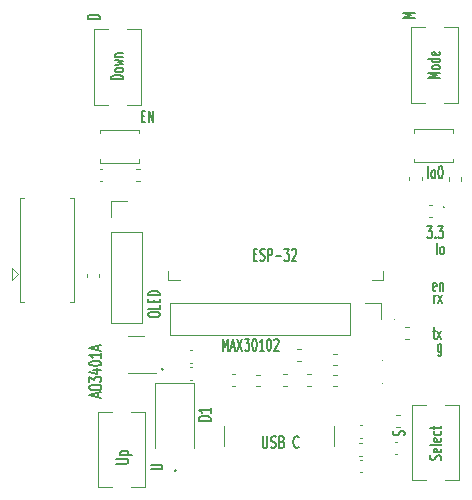
<source format=gbr>
%TF.GenerationSoftware,KiCad,Pcbnew,7.0.10*%
%TF.CreationDate,2024-12-13T01:25:29+05:30*%
%TF.ProjectId,Watch_v3,57617463-685f-4763-932e-6b696361645f,Watch_v3*%
%TF.SameCoordinates,Original*%
%TF.FileFunction,Legend,Top*%
%TF.FilePolarity,Positive*%
%FSLAX46Y46*%
G04 Gerber Fmt 4.6, Leading zero omitted, Abs format (unit mm)*
G04 Created by KiCad (PCBNEW 7.0.10) date 2024-12-13 01:25:29*
%MOMM*%
%LPD*%
G01*
G04 APERTURE LIST*
%ADD10C,0.200000*%
%ADD11C,0.160000*%
%ADD12C,0.100000*%
%ADD13C,0.120000*%
G04 APERTURE END LIST*
D10*
X162075000Y-83925000D02*
G75*
G03*
X162025000Y-83925000I-25000J0D01*
G01*
X162025000Y-83925000D02*
G75*
G03*
X162075000Y-83925000I25000J0D01*
G01*
X139370711Y-106250000D02*
G75*
G03*
X139229289Y-106250000I-70711J0D01*
G01*
X139229289Y-106250000D02*
G75*
G03*
X139370711Y-106250000I70711J0D01*
G01*
X138275000Y-97650000D02*
G75*
G03*
X138133578Y-97650000I-70711J0D01*
G01*
X138133578Y-97650000D02*
G75*
G03*
X138275000Y-97650000I70711J0D01*
G01*
D11*
X160721428Y-81479299D02*
X160721428Y-80479299D01*
X161123810Y-81479299D02*
X161061905Y-81431680D01*
X161061905Y-81431680D02*
X161030952Y-81384060D01*
X161030952Y-81384060D02*
X161000000Y-81288822D01*
X161000000Y-81288822D02*
X161000000Y-81003108D01*
X161000000Y-81003108D02*
X161030952Y-80907870D01*
X161030952Y-80907870D02*
X161061905Y-80860251D01*
X161061905Y-80860251D02*
X161123810Y-80812632D01*
X161123810Y-80812632D02*
X161216667Y-80812632D01*
X161216667Y-80812632D02*
X161278571Y-80860251D01*
X161278571Y-80860251D02*
X161309524Y-80907870D01*
X161309524Y-80907870D02*
X161340476Y-81003108D01*
X161340476Y-81003108D02*
X161340476Y-81288822D01*
X161340476Y-81288822D02*
X161309524Y-81384060D01*
X161309524Y-81384060D02*
X161278571Y-81431680D01*
X161278571Y-81431680D02*
X161216667Y-81479299D01*
X161216667Y-81479299D02*
X161123810Y-81479299D01*
X161742857Y-80479299D02*
X161804762Y-80479299D01*
X161804762Y-80479299D02*
X161866666Y-80526918D01*
X161866666Y-80526918D02*
X161897619Y-80574537D01*
X161897619Y-80574537D02*
X161928571Y-80669775D01*
X161928571Y-80669775D02*
X161959524Y-80860251D01*
X161959524Y-80860251D02*
X161959524Y-81098346D01*
X161959524Y-81098346D02*
X161928571Y-81288822D01*
X161928571Y-81288822D02*
X161897619Y-81384060D01*
X161897619Y-81384060D02*
X161866666Y-81431680D01*
X161866666Y-81431680D02*
X161804762Y-81479299D01*
X161804762Y-81479299D02*
X161742857Y-81479299D01*
X161742857Y-81479299D02*
X161680952Y-81431680D01*
X161680952Y-81431680D02*
X161650000Y-81384060D01*
X161650000Y-81384060D02*
X161619047Y-81288822D01*
X161619047Y-81288822D02*
X161588095Y-81098346D01*
X161588095Y-81098346D02*
X161588095Y-80860251D01*
X161588095Y-80860251D02*
X161619047Y-80669775D01*
X161619047Y-80669775D02*
X161650000Y-80574537D01*
X161650000Y-80574537D02*
X161680952Y-80526918D01*
X161680952Y-80526918D02*
X161742857Y-80479299D01*
X143322617Y-96079299D02*
X143322617Y-95079299D01*
X143322617Y-95079299D02*
X143539284Y-95793584D01*
X143539284Y-95793584D02*
X143755951Y-95079299D01*
X143755951Y-95079299D02*
X143755951Y-96079299D01*
X144034522Y-95793584D02*
X144344046Y-95793584D01*
X143972617Y-96079299D02*
X144189284Y-95079299D01*
X144189284Y-95079299D02*
X144405951Y-96079299D01*
X144560713Y-95079299D02*
X144994046Y-96079299D01*
X144994046Y-95079299D02*
X144560713Y-96079299D01*
X145179761Y-95079299D02*
X145582142Y-95079299D01*
X145582142Y-95079299D02*
X145365475Y-95460251D01*
X145365475Y-95460251D02*
X145458332Y-95460251D01*
X145458332Y-95460251D02*
X145520237Y-95507870D01*
X145520237Y-95507870D02*
X145551189Y-95555489D01*
X145551189Y-95555489D02*
X145582142Y-95650727D01*
X145582142Y-95650727D02*
X145582142Y-95888822D01*
X145582142Y-95888822D02*
X145551189Y-95984060D01*
X145551189Y-95984060D02*
X145520237Y-96031680D01*
X145520237Y-96031680D02*
X145458332Y-96079299D01*
X145458332Y-96079299D02*
X145272618Y-96079299D01*
X145272618Y-96079299D02*
X145210713Y-96031680D01*
X145210713Y-96031680D02*
X145179761Y-95984060D01*
X145984523Y-95079299D02*
X146046428Y-95079299D01*
X146046428Y-95079299D02*
X146108332Y-95126918D01*
X146108332Y-95126918D02*
X146139285Y-95174537D01*
X146139285Y-95174537D02*
X146170237Y-95269775D01*
X146170237Y-95269775D02*
X146201190Y-95460251D01*
X146201190Y-95460251D02*
X146201190Y-95698346D01*
X146201190Y-95698346D02*
X146170237Y-95888822D01*
X146170237Y-95888822D02*
X146139285Y-95984060D01*
X146139285Y-95984060D02*
X146108332Y-96031680D01*
X146108332Y-96031680D02*
X146046428Y-96079299D01*
X146046428Y-96079299D02*
X145984523Y-96079299D01*
X145984523Y-96079299D02*
X145922618Y-96031680D01*
X145922618Y-96031680D02*
X145891666Y-95984060D01*
X145891666Y-95984060D02*
X145860713Y-95888822D01*
X145860713Y-95888822D02*
X145829761Y-95698346D01*
X145829761Y-95698346D02*
X145829761Y-95460251D01*
X145829761Y-95460251D02*
X145860713Y-95269775D01*
X145860713Y-95269775D02*
X145891666Y-95174537D01*
X145891666Y-95174537D02*
X145922618Y-95126918D01*
X145922618Y-95126918D02*
X145984523Y-95079299D01*
X146820238Y-96079299D02*
X146448809Y-96079299D01*
X146634523Y-96079299D02*
X146634523Y-95079299D01*
X146634523Y-95079299D02*
X146572619Y-95222156D01*
X146572619Y-95222156D02*
X146510714Y-95317394D01*
X146510714Y-95317394D02*
X146448809Y-95365013D01*
X147222619Y-95079299D02*
X147284524Y-95079299D01*
X147284524Y-95079299D02*
X147346428Y-95126918D01*
X147346428Y-95126918D02*
X147377381Y-95174537D01*
X147377381Y-95174537D02*
X147408333Y-95269775D01*
X147408333Y-95269775D02*
X147439286Y-95460251D01*
X147439286Y-95460251D02*
X147439286Y-95698346D01*
X147439286Y-95698346D02*
X147408333Y-95888822D01*
X147408333Y-95888822D02*
X147377381Y-95984060D01*
X147377381Y-95984060D02*
X147346428Y-96031680D01*
X147346428Y-96031680D02*
X147284524Y-96079299D01*
X147284524Y-96079299D02*
X147222619Y-96079299D01*
X147222619Y-96079299D02*
X147160714Y-96031680D01*
X147160714Y-96031680D02*
X147129762Y-95984060D01*
X147129762Y-95984060D02*
X147098809Y-95888822D01*
X147098809Y-95888822D02*
X147067857Y-95698346D01*
X147067857Y-95698346D02*
X147067857Y-95460251D01*
X147067857Y-95460251D02*
X147098809Y-95269775D01*
X147098809Y-95269775D02*
X147129762Y-95174537D01*
X147129762Y-95174537D02*
X147160714Y-95126918D01*
X147160714Y-95126918D02*
X147222619Y-95079299D01*
X147686905Y-95174537D02*
X147717857Y-95126918D01*
X147717857Y-95126918D02*
X147779762Y-95079299D01*
X147779762Y-95079299D02*
X147934524Y-95079299D01*
X147934524Y-95079299D02*
X147996429Y-95126918D01*
X147996429Y-95126918D02*
X148027381Y-95174537D01*
X148027381Y-95174537D02*
X148058334Y-95269775D01*
X148058334Y-95269775D02*
X148058334Y-95365013D01*
X148058334Y-95365013D02*
X148027381Y-95507870D01*
X148027381Y-95507870D02*
X147655953Y-96079299D01*
X147655953Y-96079299D02*
X148058334Y-96079299D01*
X136470238Y-76230489D02*
X136686905Y-76230489D01*
X136779762Y-76754299D02*
X136470238Y-76754299D01*
X136470238Y-76754299D02*
X136470238Y-75754299D01*
X136470238Y-75754299D02*
X136779762Y-75754299D01*
X137058333Y-76754299D02*
X137058333Y-75754299D01*
X137058333Y-75754299D02*
X137429762Y-76754299D01*
X137429762Y-76754299D02*
X137429762Y-75754299D01*
X134904299Y-73098809D02*
X133904299Y-73098809D01*
X133904299Y-73098809D02*
X133904299Y-72944047D01*
X133904299Y-72944047D02*
X133951918Y-72851190D01*
X133951918Y-72851190D02*
X134047156Y-72789285D01*
X134047156Y-72789285D02*
X134142394Y-72758332D01*
X134142394Y-72758332D02*
X134332870Y-72727380D01*
X134332870Y-72727380D02*
X134475727Y-72727380D01*
X134475727Y-72727380D02*
X134666203Y-72758332D01*
X134666203Y-72758332D02*
X134761441Y-72789285D01*
X134761441Y-72789285D02*
X134856680Y-72851190D01*
X134856680Y-72851190D02*
X134904299Y-72944047D01*
X134904299Y-72944047D02*
X134904299Y-73098809D01*
X134904299Y-72355951D02*
X134856680Y-72417856D01*
X134856680Y-72417856D02*
X134809060Y-72448809D01*
X134809060Y-72448809D02*
X134713822Y-72479761D01*
X134713822Y-72479761D02*
X134428108Y-72479761D01*
X134428108Y-72479761D02*
X134332870Y-72448809D01*
X134332870Y-72448809D02*
X134285251Y-72417856D01*
X134285251Y-72417856D02*
X134237632Y-72355951D01*
X134237632Y-72355951D02*
X134237632Y-72263094D01*
X134237632Y-72263094D02*
X134285251Y-72201190D01*
X134285251Y-72201190D02*
X134332870Y-72170237D01*
X134332870Y-72170237D02*
X134428108Y-72139285D01*
X134428108Y-72139285D02*
X134713822Y-72139285D01*
X134713822Y-72139285D02*
X134809060Y-72170237D01*
X134809060Y-72170237D02*
X134856680Y-72201190D01*
X134856680Y-72201190D02*
X134904299Y-72263094D01*
X134904299Y-72263094D02*
X134904299Y-72355951D01*
X134237632Y-71922618D02*
X134904299Y-71798809D01*
X134904299Y-71798809D02*
X134428108Y-71674999D01*
X134428108Y-71674999D02*
X134904299Y-71551190D01*
X134904299Y-71551190D02*
X134237632Y-71427380D01*
X134237632Y-71179762D02*
X134904299Y-71179762D01*
X134332870Y-71179762D02*
X134285251Y-71148809D01*
X134285251Y-71148809D02*
X134237632Y-71086904D01*
X134237632Y-71086904D02*
X134237632Y-70994047D01*
X134237632Y-70994047D02*
X134285251Y-70932143D01*
X134285251Y-70932143D02*
X134380489Y-70901190D01*
X134380489Y-70901190D02*
X134904299Y-70901190D01*
X137229299Y-106135714D02*
X138038822Y-106135714D01*
X138038822Y-106135714D02*
X138134060Y-106104761D01*
X138134060Y-106104761D02*
X138181680Y-106073809D01*
X138181680Y-106073809D02*
X138229299Y-106011904D01*
X138229299Y-106011904D02*
X138229299Y-105888095D01*
X138229299Y-105888095D02*
X138181680Y-105826190D01*
X138181680Y-105826190D02*
X138134060Y-105795237D01*
X138134060Y-105795237D02*
X138038822Y-105764285D01*
X138038822Y-105764285D02*
X137229299Y-105764285D01*
X158706680Y-103235714D02*
X158754299Y-103142857D01*
X158754299Y-103142857D02*
X158754299Y-102988095D01*
X158754299Y-102988095D02*
X158706680Y-102926190D01*
X158706680Y-102926190D02*
X158659060Y-102895238D01*
X158659060Y-102895238D02*
X158563822Y-102864285D01*
X158563822Y-102864285D02*
X158468584Y-102864285D01*
X158468584Y-102864285D02*
X158373346Y-102895238D01*
X158373346Y-102895238D02*
X158325727Y-102926190D01*
X158325727Y-102926190D02*
X158278108Y-102988095D01*
X158278108Y-102988095D02*
X158230489Y-103111904D01*
X158230489Y-103111904D02*
X158182870Y-103173809D01*
X158182870Y-103173809D02*
X158135251Y-103204762D01*
X158135251Y-103204762D02*
X158040013Y-103235714D01*
X158040013Y-103235714D02*
X157944775Y-103235714D01*
X157944775Y-103235714D02*
X157849537Y-103204762D01*
X157849537Y-103204762D02*
X157801918Y-103173809D01*
X157801918Y-103173809D02*
X157754299Y-103111904D01*
X157754299Y-103111904D02*
X157754299Y-102957143D01*
X157754299Y-102957143D02*
X157801918Y-102864285D01*
X159579299Y-67891666D02*
X158579299Y-67891666D01*
X158579299Y-67891666D02*
X159293584Y-67674999D01*
X159293584Y-67674999D02*
X158579299Y-67458332D01*
X158579299Y-67458332D02*
X159579299Y-67458332D01*
X161729299Y-72958333D02*
X160729299Y-72958333D01*
X160729299Y-72958333D02*
X161443584Y-72741666D01*
X161443584Y-72741666D02*
X160729299Y-72524999D01*
X160729299Y-72524999D02*
X161729299Y-72524999D01*
X161729299Y-72122618D02*
X161681680Y-72184523D01*
X161681680Y-72184523D02*
X161634060Y-72215476D01*
X161634060Y-72215476D02*
X161538822Y-72246428D01*
X161538822Y-72246428D02*
X161253108Y-72246428D01*
X161253108Y-72246428D02*
X161157870Y-72215476D01*
X161157870Y-72215476D02*
X161110251Y-72184523D01*
X161110251Y-72184523D02*
X161062632Y-72122618D01*
X161062632Y-72122618D02*
X161062632Y-72029761D01*
X161062632Y-72029761D02*
X161110251Y-71967857D01*
X161110251Y-71967857D02*
X161157870Y-71936904D01*
X161157870Y-71936904D02*
X161253108Y-71905952D01*
X161253108Y-71905952D02*
X161538822Y-71905952D01*
X161538822Y-71905952D02*
X161634060Y-71936904D01*
X161634060Y-71936904D02*
X161681680Y-71967857D01*
X161681680Y-71967857D02*
X161729299Y-72029761D01*
X161729299Y-72029761D02*
X161729299Y-72122618D01*
X161729299Y-71348809D02*
X160729299Y-71348809D01*
X161681680Y-71348809D02*
X161729299Y-71410714D01*
X161729299Y-71410714D02*
X161729299Y-71534523D01*
X161729299Y-71534523D02*
X161681680Y-71596428D01*
X161681680Y-71596428D02*
X161634060Y-71627381D01*
X161634060Y-71627381D02*
X161538822Y-71658333D01*
X161538822Y-71658333D02*
X161253108Y-71658333D01*
X161253108Y-71658333D02*
X161157870Y-71627381D01*
X161157870Y-71627381D02*
X161110251Y-71596428D01*
X161110251Y-71596428D02*
X161062632Y-71534523D01*
X161062632Y-71534523D02*
X161062632Y-71410714D01*
X161062632Y-71410714D02*
X161110251Y-71348809D01*
X161681680Y-70791667D02*
X161729299Y-70853571D01*
X161729299Y-70853571D02*
X161729299Y-70977381D01*
X161729299Y-70977381D02*
X161681680Y-71039286D01*
X161681680Y-71039286D02*
X161586441Y-71070238D01*
X161586441Y-71070238D02*
X161205489Y-71070238D01*
X161205489Y-71070238D02*
X161110251Y-71039286D01*
X161110251Y-71039286D02*
X161062632Y-70977381D01*
X161062632Y-70977381D02*
X161062632Y-70853571D01*
X161062632Y-70853571D02*
X161110251Y-70791667D01*
X161110251Y-70791667D02*
X161205489Y-70760714D01*
X161205489Y-70760714D02*
X161300727Y-70760714D01*
X161300727Y-70760714D02*
X161395965Y-71070238D01*
X161240476Y-92029299D02*
X161240476Y-91362632D01*
X161240476Y-91553108D02*
X161271429Y-91457870D01*
X161271429Y-91457870D02*
X161302381Y-91410251D01*
X161302381Y-91410251D02*
X161364286Y-91362632D01*
X161364286Y-91362632D02*
X161426191Y-91362632D01*
X161580953Y-92029299D02*
X161921429Y-91362632D01*
X161580953Y-91362632D02*
X161921429Y-92029299D01*
X161113095Y-94387632D02*
X161360714Y-94387632D01*
X161205952Y-94054299D02*
X161205952Y-94911441D01*
X161205952Y-94911441D02*
X161236905Y-95006680D01*
X161236905Y-95006680D02*
X161298810Y-95054299D01*
X161298810Y-95054299D02*
X161360714Y-95054299D01*
X161515477Y-95054299D02*
X161855953Y-94387632D01*
X161515477Y-94387632D02*
X161855953Y-95054299D01*
X161839286Y-95512632D02*
X161839286Y-96322156D01*
X161839286Y-96322156D02*
X161808333Y-96417394D01*
X161808333Y-96417394D02*
X161777381Y-96465013D01*
X161777381Y-96465013D02*
X161715476Y-96512632D01*
X161715476Y-96512632D02*
X161622619Y-96512632D01*
X161622619Y-96512632D02*
X161560714Y-96465013D01*
X161839286Y-96131680D02*
X161777381Y-96179299D01*
X161777381Y-96179299D02*
X161653572Y-96179299D01*
X161653572Y-96179299D02*
X161591667Y-96131680D01*
X161591667Y-96131680D02*
X161560714Y-96084060D01*
X161560714Y-96084060D02*
X161529762Y-95988822D01*
X161529762Y-95988822D02*
X161529762Y-95703108D01*
X161529762Y-95703108D02*
X161560714Y-95607870D01*
X161560714Y-95607870D02*
X161591667Y-95560251D01*
X161591667Y-95560251D02*
X161653572Y-95512632D01*
X161653572Y-95512632D02*
X161777381Y-95512632D01*
X161777381Y-95512632D02*
X161839286Y-95560251D01*
X132904299Y-67995238D02*
X131904299Y-67995238D01*
X131904299Y-67995238D02*
X131904299Y-67840476D01*
X131904299Y-67840476D02*
X131951918Y-67747619D01*
X131951918Y-67747619D02*
X132047156Y-67685714D01*
X132047156Y-67685714D02*
X132142394Y-67654761D01*
X132142394Y-67654761D02*
X132332870Y-67623809D01*
X132332870Y-67623809D02*
X132475727Y-67623809D01*
X132475727Y-67623809D02*
X132666203Y-67654761D01*
X132666203Y-67654761D02*
X132761441Y-67685714D01*
X132761441Y-67685714D02*
X132856680Y-67747619D01*
X132856680Y-67747619D02*
X132904299Y-67840476D01*
X132904299Y-67840476D02*
X132904299Y-67995238D01*
X161806680Y-105302381D02*
X161854299Y-105209524D01*
X161854299Y-105209524D02*
X161854299Y-105054762D01*
X161854299Y-105054762D02*
X161806680Y-104992857D01*
X161806680Y-104992857D02*
X161759060Y-104961905D01*
X161759060Y-104961905D02*
X161663822Y-104930952D01*
X161663822Y-104930952D02*
X161568584Y-104930952D01*
X161568584Y-104930952D02*
X161473346Y-104961905D01*
X161473346Y-104961905D02*
X161425727Y-104992857D01*
X161425727Y-104992857D02*
X161378108Y-105054762D01*
X161378108Y-105054762D02*
X161330489Y-105178571D01*
X161330489Y-105178571D02*
X161282870Y-105240476D01*
X161282870Y-105240476D02*
X161235251Y-105271429D01*
X161235251Y-105271429D02*
X161140013Y-105302381D01*
X161140013Y-105302381D02*
X161044775Y-105302381D01*
X161044775Y-105302381D02*
X160949537Y-105271429D01*
X160949537Y-105271429D02*
X160901918Y-105240476D01*
X160901918Y-105240476D02*
X160854299Y-105178571D01*
X160854299Y-105178571D02*
X160854299Y-105023810D01*
X160854299Y-105023810D02*
X160901918Y-104930952D01*
X161806680Y-104404762D02*
X161854299Y-104466666D01*
X161854299Y-104466666D02*
X161854299Y-104590476D01*
X161854299Y-104590476D02*
X161806680Y-104652381D01*
X161806680Y-104652381D02*
X161711441Y-104683333D01*
X161711441Y-104683333D02*
X161330489Y-104683333D01*
X161330489Y-104683333D02*
X161235251Y-104652381D01*
X161235251Y-104652381D02*
X161187632Y-104590476D01*
X161187632Y-104590476D02*
X161187632Y-104466666D01*
X161187632Y-104466666D02*
X161235251Y-104404762D01*
X161235251Y-104404762D02*
X161330489Y-104373809D01*
X161330489Y-104373809D02*
X161425727Y-104373809D01*
X161425727Y-104373809D02*
X161520965Y-104683333D01*
X161854299Y-104002380D02*
X161806680Y-104064285D01*
X161806680Y-104064285D02*
X161711441Y-104095238D01*
X161711441Y-104095238D02*
X160854299Y-104095238D01*
X161806680Y-103507143D02*
X161854299Y-103569047D01*
X161854299Y-103569047D02*
X161854299Y-103692857D01*
X161854299Y-103692857D02*
X161806680Y-103754762D01*
X161806680Y-103754762D02*
X161711441Y-103785714D01*
X161711441Y-103785714D02*
X161330489Y-103785714D01*
X161330489Y-103785714D02*
X161235251Y-103754762D01*
X161235251Y-103754762D02*
X161187632Y-103692857D01*
X161187632Y-103692857D02*
X161187632Y-103569047D01*
X161187632Y-103569047D02*
X161235251Y-103507143D01*
X161235251Y-103507143D02*
X161330489Y-103476190D01*
X161330489Y-103476190D02*
X161425727Y-103476190D01*
X161425727Y-103476190D02*
X161520965Y-103785714D01*
X161806680Y-102919047D02*
X161854299Y-102980952D01*
X161854299Y-102980952D02*
X161854299Y-103104761D01*
X161854299Y-103104761D02*
X161806680Y-103166666D01*
X161806680Y-103166666D02*
X161759060Y-103197619D01*
X161759060Y-103197619D02*
X161663822Y-103228571D01*
X161663822Y-103228571D02*
X161378108Y-103228571D01*
X161378108Y-103228571D02*
X161282870Y-103197619D01*
X161282870Y-103197619D02*
X161235251Y-103166666D01*
X161235251Y-103166666D02*
X161187632Y-103104761D01*
X161187632Y-103104761D02*
X161187632Y-102980952D01*
X161187632Y-102980952D02*
X161235251Y-102919047D01*
X161187632Y-102733333D02*
X161187632Y-102485714D01*
X160854299Y-102640476D02*
X161711441Y-102640476D01*
X161711441Y-102640476D02*
X161806680Y-102609523D01*
X161806680Y-102609523D02*
X161854299Y-102547618D01*
X161854299Y-102547618D02*
X161854299Y-102485714D01*
X145954761Y-87930489D02*
X146171428Y-87930489D01*
X146264285Y-88454299D02*
X145954761Y-88454299D01*
X145954761Y-88454299D02*
X145954761Y-87454299D01*
X145954761Y-87454299D02*
X146264285Y-87454299D01*
X146511904Y-88406680D02*
X146604761Y-88454299D01*
X146604761Y-88454299D02*
X146759523Y-88454299D01*
X146759523Y-88454299D02*
X146821428Y-88406680D01*
X146821428Y-88406680D02*
X146852380Y-88359060D01*
X146852380Y-88359060D02*
X146883333Y-88263822D01*
X146883333Y-88263822D02*
X146883333Y-88168584D01*
X146883333Y-88168584D02*
X146852380Y-88073346D01*
X146852380Y-88073346D02*
X146821428Y-88025727D01*
X146821428Y-88025727D02*
X146759523Y-87978108D01*
X146759523Y-87978108D02*
X146635714Y-87930489D01*
X146635714Y-87930489D02*
X146573809Y-87882870D01*
X146573809Y-87882870D02*
X146542856Y-87835251D01*
X146542856Y-87835251D02*
X146511904Y-87740013D01*
X146511904Y-87740013D02*
X146511904Y-87644775D01*
X146511904Y-87644775D02*
X146542856Y-87549537D01*
X146542856Y-87549537D02*
X146573809Y-87501918D01*
X146573809Y-87501918D02*
X146635714Y-87454299D01*
X146635714Y-87454299D02*
X146790475Y-87454299D01*
X146790475Y-87454299D02*
X146883333Y-87501918D01*
X147161904Y-88454299D02*
X147161904Y-87454299D01*
X147161904Y-87454299D02*
X147409523Y-87454299D01*
X147409523Y-87454299D02*
X147471428Y-87501918D01*
X147471428Y-87501918D02*
X147502381Y-87549537D01*
X147502381Y-87549537D02*
X147533333Y-87644775D01*
X147533333Y-87644775D02*
X147533333Y-87787632D01*
X147533333Y-87787632D02*
X147502381Y-87882870D01*
X147502381Y-87882870D02*
X147471428Y-87930489D01*
X147471428Y-87930489D02*
X147409523Y-87978108D01*
X147409523Y-87978108D02*
X147161904Y-87978108D01*
X147811904Y-88073346D02*
X148307143Y-88073346D01*
X148554762Y-87454299D02*
X148957143Y-87454299D01*
X148957143Y-87454299D02*
X148740476Y-87835251D01*
X148740476Y-87835251D02*
X148833333Y-87835251D01*
X148833333Y-87835251D02*
X148895238Y-87882870D01*
X148895238Y-87882870D02*
X148926190Y-87930489D01*
X148926190Y-87930489D02*
X148957143Y-88025727D01*
X148957143Y-88025727D02*
X148957143Y-88263822D01*
X148957143Y-88263822D02*
X148926190Y-88359060D01*
X148926190Y-88359060D02*
X148895238Y-88406680D01*
X148895238Y-88406680D02*
X148833333Y-88454299D01*
X148833333Y-88454299D02*
X148647619Y-88454299D01*
X148647619Y-88454299D02*
X148585714Y-88406680D01*
X148585714Y-88406680D02*
X148554762Y-88359060D01*
X149204762Y-87549537D02*
X149235714Y-87501918D01*
X149235714Y-87501918D02*
X149297619Y-87454299D01*
X149297619Y-87454299D02*
X149452381Y-87454299D01*
X149452381Y-87454299D02*
X149514286Y-87501918D01*
X149514286Y-87501918D02*
X149545238Y-87549537D01*
X149545238Y-87549537D02*
X149576191Y-87644775D01*
X149576191Y-87644775D02*
X149576191Y-87740013D01*
X149576191Y-87740013D02*
X149545238Y-87882870D01*
X149545238Y-87882870D02*
X149173810Y-88454299D01*
X149173810Y-88454299D02*
X149576191Y-88454299D01*
X161404761Y-90956680D02*
X161342857Y-91004299D01*
X161342857Y-91004299D02*
X161219047Y-91004299D01*
X161219047Y-91004299D02*
X161157142Y-90956680D01*
X161157142Y-90956680D02*
X161126190Y-90861441D01*
X161126190Y-90861441D02*
X161126190Y-90480489D01*
X161126190Y-90480489D02*
X161157142Y-90385251D01*
X161157142Y-90385251D02*
X161219047Y-90337632D01*
X161219047Y-90337632D02*
X161342857Y-90337632D01*
X161342857Y-90337632D02*
X161404761Y-90385251D01*
X161404761Y-90385251D02*
X161435714Y-90480489D01*
X161435714Y-90480489D02*
X161435714Y-90575727D01*
X161435714Y-90575727D02*
X161126190Y-90670965D01*
X161714285Y-90337632D02*
X161714285Y-91004299D01*
X161714285Y-90432870D02*
X161745238Y-90385251D01*
X161745238Y-90385251D02*
X161807143Y-90337632D01*
X161807143Y-90337632D02*
X161900000Y-90337632D01*
X161900000Y-90337632D02*
X161961904Y-90385251D01*
X161961904Y-90385251D02*
X161992857Y-90480489D01*
X161992857Y-90480489D02*
X161992857Y-91004299D01*
X137004299Y-93069046D02*
X137004299Y-92945237D01*
X137004299Y-92945237D02*
X137051918Y-92883332D01*
X137051918Y-92883332D02*
X137147156Y-92821427D01*
X137147156Y-92821427D02*
X137337632Y-92790475D01*
X137337632Y-92790475D02*
X137670965Y-92790475D01*
X137670965Y-92790475D02*
X137861441Y-92821427D01*
X137861441Y-92821427D02*
X137956680Y-92883332D01*
X137956680Y-92883332D02*
X138004299Y-92945237D01*
X138004299Y-92945237D02*
X138004299Y-93069046D01*
X138004299Y-93069046D02*
X137956680Y-93130951D01*
X137956680Y-93130951D02*
X137861441Y-93192856D01*
X137861441Y-93192856D02*
X137670965Y-93223808D01*
X137670965Y-93223808D02*
X137337632Y-93223808D01*
X137337632Y-93223808D02*
X137147156Y-93192856D01*
X137147156Y-93192856D02*
X137051918Y-93130951D01*
X137051918Y-93130951D02*
X137004299Y-93069046D01*
X138004299Y-92202380D02*
X138004299Y-92511904D01*
X138004299Y-92511904D02*
X137004299Y-92511904D01*
X137480489Y-91985714D02*
X137480489Y-91769047D01*
X138004299Y-91676190D02*
X138004299Y-91985714D01*
X138004299Y-91985714D02*
X137004299Y-91985714D01*
X137004299Y-91985714D02*
X137004299Y-91676190D01*
X138004299Y-91397619D02*
X137004299Y-91397619D01*
X137004299Y-91397619D02*
X137004299Y-91242857D01*
X137004299Y-91242857D02*
X137051918Y-91150000D01*
X137051918Y-91150000D02*
X137147156Y-91088095D01*
X137147156Y-91088095D02*
X137242394Y-91057142D01*
X137242394Y-91057142D02*
X137432870Y-91026190D01*
X137432870Y-91026190D02*
X137575727Y-91026190D01*
X137575727Y-91026190D02*
X137766203Y-91057142D01*
X137766203Y-91057142D02*
X137861441Y-91088095D01*
X137861441Y-91088095D02*
X137956680Y-91150000D01*
X137956680Y-91150000D02*
X138004299Y-91242857D01*
X138004299Y-91242857D02*
X138004299Y-91397619D01*
X160644047Y-85554299D02*
X161046428Y-85554299D01*
X161046428Y-85554299D02*
X160829761Y-85935251D01*
X160829761Y-85935251D02*
X160922618Y-85935251D01*
X160922618Y-85935251D02*
X160984523Y-85982870D01*
X160984523Y-85982870D02*
X161015475Y-86030489D01*
X161015475Y-86030489D02*
X161046428Y-86125727D01*
X161046428Y-86125727D02*
X161046428Y-86363822D01*
X161046428Y-86363822D02*
X161015475Y-86459060D01*
X161015475Y-86459060D02*
X160984523Y-86506680D01*
X160984523Y-86506680D02*
X160922618Y-86554299D01*
X160922618Y-86554299D02*
X160736904Y-86554299D01*
X160736904Y-86554299D02*
X160674999Y-86506680D01*
X160674999Y-86506680D02*
X160644047Y-86459060D01*
X161324999Y-86459060D02*
X161355952Y-86506680D01*
X161355952Y-86506680D02*
X161324999Y-86554299D01*
X161324999Y-86554299D02*
X161294047Y-86506680D01*
X161294047Y-86506680D02*
X161324999Y-86459060D01*
X161324999Y-86459060D02*
X161324999Y-86554299D01*
X161572619Y-85554299D02*
X161975000Y-85554299D01*
X161975000Y-85554299D02*
X161758333Y-85935251D01*
X161758333Y-85935251D02*
X161851190Y-85935251D01*
X161851190Y-85935251D02*
X161913095Y-85982870D01*
X161913095Y-85982870D02*
X161944047Y-86030489D01*
X161944047Y-86030489D02*
X161975000Y-86125727D01*
X161975000Y-86125727D02*
X161975000Y-86363822D01*
X161975000Y-86363822D02*
X161944047Y-86459060D01*
X161944047Y-86459060D02*
X161913095Y-86506680D01*
X161913095Y-86506680D02*
X161851190Y-86554299D01*
X161851190Y-86554299D02*
X161665476Y-86554299D01*
X161665476Y-86554299D02*
X161603571Y-86506680D01*
X161603571Y-86506680D02*
X161572619Y-86459060D01*
X161455952Y-87929299D02*
X161455952Y-86929299D01*
X161858334Y-87929299D02*
X161796429Y-87881680D01*
X161796429Y-87881680D02*
X161765476Y-87834060D01*
X161765476Y-87834060D02*
X161734524Y-87738822D01*
X161734524Y-87738822D02*
X161734524Y-87453108D01*
X161734524Y-87453108D02*
X161765476Y-87357870D01*
X161765476Y-87357870D02*
X161796429Y-87310251D01*
X161796429Y-87310251D02*
X161858334Y-87262632D01*
X161858334Y-87262632D02*
X161951191Y-87262632D01*
X161951191Y-87262632D02*
X162013095Y-87310251D01*
X162013095Y-87310251D02*
X162044048Y-87357870D01*
X162044048Y-87357870D02*
X162075000Y-87453108D01*
X162075000Y-87453108D02*
X162075000Y-87738822D01*
X162075000Y-87738822D02*
X162044048Y-87834060D01*
X162044048Y-87834060D02*
X162013095Y-87881680D01*
X162013095Y-87881680D02*
X161951191Y-87929299D01*
X161951191Y-87929299D02*
X161858334Y-87929299D01*
X142304299Y-101991666D02*
X141304299Y-101991666D01*
X141304299Y-101991666D02*
X141304299Y-101824999D01*
X141304299Y-101824999D02*
X141351918Y-101724999D01*
X141351918Y-101724999D02*
X141447156Y-101658333D01*
X141447156Y-101658333D02*
X141542394Y-101624999D01*
X141542394Y-101624999D02*
X141732870Y-101591666D01*
X141732870Y-101591666D02*
X141875727Y-101591666D01*
X141875727Y-101591666D02*
X142066203Y-101624999D01*
X142066203Y-101624999D02*
X142161441Y-101658333D01*
X142161441Y-101658333D02*
X142256680Y-101724999D01*
X142256680Y-101724999D02*
X142304299Y-101824999D01*
X142304299Y-101824999D02*
X142304299Y-101991666D01*
X142304299Y-100924999D02*
X142304299Y-101324999D01*
X142304299Y-101124999D02*
X141304299Y-101124999D01*
X141304299Y-101124999D02*
X141447156Y-101191666D01*
X141447156Y-101191666D02*
X141542394Y-101258333D01*
X141542394Y-101258333D02*
X141590013Y-101324999D01*
X134329299Y-105641666D02*
X135138822Y-105641666D01*
X135138822Y-105641666D02*
X135234060Y-105608333D01*
X135234060Y-105608333D02*
X135281680Y-105574999D01*
X135281680Y-105574999D02*
X135329299Y-105508333D01*
X135329299Y-105508333D02*
X135329299Y-105374999D01*
X135329299Y-105374999D02*
X135281680Y-105308333D01*
X135281680Y-105308333D02*
X135234060Y-105274999D01*
X135234060Y-105274999D02*
X135138822Y-105241666D01*
X135138822Y-105241666D02*
X134329299Y-105241666D01*
X134662632Y-104908333D02*
X135662632Y-104908333D01*
X134710251Y-104908333D02*
X134662632Y-104841666D01*
X134662632Y-104841666D02*
X134662632Y-104708333D01*
X134662632Y-104708333D02*
X134710251Y-104641666D01*
X134710251Y-104641666D02*
X134757870Y-104608333D01*
X134757870Y-104608333D02*
X134853108Y-104575000D01*
X134853108Y-104575000D02*
X135138822Y-104575000D01*
X135138822Y-104575000D02*
X135234060Y-104608333D01*
X135234060Y-104608333D02*
X135281680Y-104641666D01*
X135281680Y-104641666D02*
X135329299Y-104708333D01*
X135329299Y-104708333D02*
X135329299Y-104841666D01*
X135329299Y-104841666D02*
X135281680Y-104908333D01*
X146725000Y-103304299D02*
X146725000Y-104113822D01*
X146725000Y-104113822D02*
X146758334Y-104209060D01*
X146758334Y-104209060D02*
X146791667Y-104256680D01*
X146791667Y-104256680D02*
X146858334Y-104304299D01*
X146858334Y-104304299D02*
X146991667Y-104304299D01*
X146991667Y-104304299D02*
X147058334Y-104256680D01*
X147058334Y-104256680D02*
X147091667Y-104209060D01*
X147091667Y-104209060D02*
X147125000Y-104113822D01*
X147125000Y-104113822D02*
X147125000Y-103304299D01*
X147425000Y-104256680D02*
X147525000Y-104304299D01*
X147525000Y-104304299D02*
X147691667Y-104304299D01*
X147691667Y-104304299D02*
X147758333Y-104256680D01*
X147758333Y-104256680D02*
X147791667Y-104209060D01*
X147791667Y-104209060D02*
X147825000Y-104113822D01*
X147825000Y-104113822D02*
X147825000Y-104018584D01*
X147825000Y-104018584D02*
X147791667Y-103923346D01*
X147791667Y-103923346D02*
X147758333Y-103875727D01*
X147758333Y-103875727D02*
X147691667Y-103828108D01*
X147691667Y-103828108D02*
X147558333Y-103780489D01*
X147558333Y-103780489D02*
X147491667Y-103732870D01*
X147491667Y-103732870D02*
X147458333Y-103685251D01*
X147458333Y-103685251D02*
X147425000Y-103590013D01*
X147425000Y-103590013D02*
X147425000Y-103494775D01*
X147425000Y-103494775D02*
X147458333Y-103399537D01*
X147458333Y-103399537D02*
X147491667Y-103351918D01*
X147491667Y-103351918D02*
X147558333Y-103304299D01*
X147558333Y-103304299D02*
X147725000Y-103304299D01*
X147725000Y-103304299D02*
X147825000Y-103351918D01*
X148358334Y-103780489D02*
X148458334Y-103828108D01*
X148458334Y-103828108D02*
X148491667Y-103875727D01*
X148491667Y-103875727D02*
X148525000Y-103970965D01*
X148525000Y-103970965D02*
X148525000Y-104113822D01*
X148525000Y-104113822D02*
X148491667Y-104209060D01*
X148491667Y-104209060D02*
X148458334Y-104256680D01*
X148458334Y-104256680D02*
X148391667Y-104304299D01*
X148391667Y-104304299D02*
X148125000Y-104304299D01*
X148125000Y-104304299D02*
X148125000Y-103304299D01*
X148125000Y-103304299D02*
X148358334Y-103304299D01*
X148358334Y-103304299D02*
X148425000Y-103351918D01*
X148425000Y-103351918D02*
X148458334Y-103399537D01*
X148458334Y-103399537D02*
X148491667Y-103494775D01*
X148491667Y-103494775D02*
X148491667Y-103590013D01*
X148491667Y-103590013D02*
X148458334Y-103685251D01*
X148458334Y-103685251D02*
X148425000Y-103732870D01*
X148425000Y-103732870D02*
X148358334Y-103780489D01*
X148358334Y-103780489D02*
X148125000Y-103780489D01*
X149758333Y-104209060D02*
X149725000Y-104256680D01*
X149725000Y-104256680D02*
X149625000Y-104304299D01*
X149625000Y-104304299D02*
X149558333Y-104304299D01*
X149558333Y-104304299D02*
X149458333Y-104256680D01*
X149458333Y-104256680D02*
X149391667Y-104161441D01*
X149391667Y-104161441D02*
X149358333Y-104066203D01*
X149358333Y-104066203D02*
X149325000Y-103875727D01*
X149325000Y-103875727D02*
X149325000Y-103732870D01*
X149325000Y-103732870D02*
X149358333Y-103542394D01*
X149358333Y-103542394D02*
X149391667Y-103447156D01*
X149391667Y-103447156D02*
X149458333Y-103351918D01*
X149458333Y-103351918D02*
X149558333Y-103304299D01*
X149558333Y-103304299D02*
X149625000Y-103304299D01*
X149625000Y-103304299D02*
X149725000Y-103351918D01*
X149725000Y-103351918D02*
X149758333Y-103399537D01*
X132768584Y-100016666D02*
X132768584Y-99683333D01*
X133054299Y-100083333D02*
X132054299Y-99850000D01*
X132054299Y-99850000D02*
X133054299Y-99616666D01*
X132054299Y-99250000D02*
X132054299Y-99116666D01*
X132054299Y-99116666D02*
X132101918Y-99050000D01*
X132101918Y-99050000D02*
X132197156Y-98983333D01*
X132197156Y-98983333D02*
X132387632Y-98950000D01*
X132387632Y-98950000D02*
X132720965Y-98950000D01*
X132720965Y-98950000D02*
X132911441Y-98983333D01*
X132911441Y-98983333D02*
X133006680Y-99050000D01*
X133006680Y-99050000D02*
X133054299Y-99116666D01*
X133054299Y-99116666D02*
X133054299Y-99250000D01*
X133054299Y-99250000D02*
X133006680Y-99316666D01*
X133006680Y-99316666D02*
X132911441Y-99383333D01*
X132911441Y-99383333D02*
X132720965Y-99416666D01*
X132720965Y-99416666D02*
X132387632Y-99416666D01*
X132387632Y-99416666D02*
X132197156Y-99383333D01*
X132197156Y-99383333D02*
X132101918Y-99316666D01*
X132101918Y-99316666D02*
X132054299Y-99250000D01*
X132054299Y-98716667D02*
X132054299Y-98283333D01*
X132054299Y-98283333D02*
X132435251Y-98516667D01*
X132435251Y-98516667D02*
X132435251Y-98416667D01*
X132435251Y-98416667D02*
X132482870Y-98350000D01*
X132482870Y-98350000D02*
X132530489Y-98316667D01*
X132530489Y-98316667D02*
X132625727Y-98283333D01*
X132625727Y-98283333D02*
X132863822Y-98283333D01*
X132863822Y-98283333D02*
X132959060Y-98316667D01*
X132959060Y-98316667D02*
X133006680Y-98350000D01*
X133006680Y-98350000D02*
X133054299Y-98416667D01*
X133054299Y-98416667D02*
X133054299Y-98616667D01*
X133054299Y-98616667D02*
X133006680Y-98683333D01*
X133006680Y-98683333D02*
X132959060Y-98716667D01*
X132387632Y-97683333D02*
X133054299Y-97683333D01*
X132006680Y-97850000D02*
X132720965Y-98016666D01*
X132720965Y-98016666D02*
X132720965Y-97583333D01*
X132054299Y-97183333D02*
X132054299Y-97116666D01*
X132054299Y-97116666D02*
X132101918Y-97049999D01*
X132101918Y-97049999D02*
X132149537Y-97016666D01*
X132149537Y-97016666D02*
X132244775Y-96983333D01*
X132244775Y-96983333D02*
X132435251Y-96949999D01*
X132435251Y-96949999D02*
X132673346Y-96949999D01*
X132673346Y-96949999D02*
X132863822Y-96983333D01*
X132863822Y-96983333D02*
X132959060Y-97016666D01*
X132959060Y-97016666D02*
X133006680Y-97049999D01*
X133006680Y-97049999D02*
X133054299Y-97116666D01*
X133054299Y-97116666D02*
X133054299Y-97183333D01*
X133054299Y-97183333D02*
X133006680Y-97249999D01*
X133006680Y-97249999D02*
X132959060Y-97283333D01*
X132959060Y-97283333D02*
X132863822Y-97316666D01*
X132863822Y-97316666D02*
X132673346Y-97349999D01*
X132673346Y-97349999D02*
X132435251Y-97349999D01*
X132435251Y-97349999D02*
X132244775Y-97316666D01*
X132244775Y-97316666D02*
X132149537Y-97283333D01*
X132149537Y-97283333D02*
X132101918Y-97249999D01*
X132101918Y-97249999D02*
X132054299Y-97183333D01*
X133054299Y-96283332D02*
X133054299Y-96683332D01*
X133054299Y-96483332D02*
X132054299Y-96483332D01*
X132054299Y-96483332D02*
X132197156Y-96549999D01*
X132197156Y-96549999D02*
X132292394Y-96616666D01*
X132292394Y-96616666D02*
X132340013Y-96683332D01*
X132768584Y-96016665D02*
X132768584Y-95683332D01*
X133054299Y-96083332D02*
X132054299Y-95849999D01*
X132054299Y-95849999D02*
X133054299Y-95616665D01*
D12*
%TO.C,D4*%
X156920000Y-98875000D02*
G75*
G03*
X156820000Y-98875000I-50000J0D01*
G01*
X156820000Y-98875000D02*
G75*
G03*
X156920000Y-98875000I50000J0D01*
G01*
D13*
%TO.C,SW2*%
X126190000Y-91985000D02*
X126190000Y-83165000D01*
X126500000Y-91985000D02*
X126190000Y-91985000D01*
X130710000Y-91985000D02*
X130400000Y-91985000D01*
X125490000Y-90075000D02*
X125990000Y-89575000D01*
X125990000Y-89575000D02*
X125490000Y-89075000D01*
X125490000Y-89075000D02*
X125490000Y-90075000D01*
X126190000Y-83165000D02*
X126500000Y-83165000D01*
X130710000Y-83165000D02*
X130710000Y-91985000D01*
X130710000Y-83165000D02*
X130400000Y-83165000D01*
%TO.C,C19*%
X154912164Y-103925000D02*
X155127836Y-103925000D01*
X154912164Y-104975000D02*
X155127836Y-104975000D01*
%TO.C,D1*%
X140900000Y-98825000D02*
X137600000Y-98825000D01*
X140900000Y-98825000D02*
X140900000Y-104275000D01*
X137600000Y-98825000D02*
X137600000Y-104275000D01*
%TO.C,R6*%
X153003641Y-97325000D02*
X152696359Y-97325000D01*
X153003641Y-96325000D02*
X152696359Y-96325000D01*
%TO.C,J7*%
X156735000Y-92070000D02*
X156735000Y-93400000D01*
X155405000Y-92070000D02*
X156735000Y-92070000D01*
X154135000Y-92070000D02*
X138835000Y-92070000D01*
X154135000Y-92070000D02*
X154135000Y-94730000D01*
X138835000Y-92070000D02*
X138835000Y-94730000D01*
X154135000Y-94730000D02*
X138835000Y-94730000D01*
%TO.C,C8*%
X159125000Y-81587836D02*
X159125000Y-81372164D01*
X160175000Y-81587836D02*
X160175000Y-81372164D01*
%TO.C,C16*%
X140737836Y-97100000D02*
X140522164Y-97100000D01*
X140737836Y-96050000D02*
X140522164Y-96050000D01*
%TO.C,C14*%
X157912164Y-103775000D02*
X158127836Y-103775000D01*
X157912164Y-104825000D02*
X158127836Y-104825000D01*
%TO.C,R12*%
X136288641Y-81675000D02*
X135981359Y-81675000D01*
X136288641Y-80675000D02*
X135981359Y-80675000D01*
%TO.C,C15*%
X140752836Y-98525000D02*
X140537164Y-98525000D01*
X140752836Y-97475000D02*
X140537164Y-97475000D01*
%TO.C,R38*%
X158011359Y-101500000D02*
X158318641Y-101500000D01*
X158011359Y-102500000D02*
X158318641Y-102500000D01*
%TO.C,U4*%
X138705000Y-89330000D02*
X138705000Y-90110000D01*
X138705000Y-90110000D02*
X139705000Y-90110000D01*
X156945000Y-89330000D02*
X156945000Y-90110000D01*
X156945000Y-90110000D02*
X155945000Y-90110000D01*
D12*
%TO.C,D2*%
X157925000Y-93400000D02*
G75*
G03*
X157825000Y-93400000I-50000J0D01*
G01*
X157825000Y-93400000D02*
G75*
G03*
X157925000Y-93400000I50000J0D01*
G01*
D13*
%TO.C,C13*%
X155137836Y-103450000D02*
X154922164Y-103450000D01*
X155137836Y-102400000D02*
X154922164Y-102400000D01*
%TO.C,SW7*%
X132775000Y-107650000D02*
X133975000Y-107650000D01*
X135575000Y-107650000D02*
X136775000Y-107650000D01*
X136775000Y-107650000D02*
X136775000Y-101250000D01*
X132775000Y-101250000D02*
X132775000Y-107650000D01*
X133975000Y-101250000D02*
X132775000Y-101250000D01*
X136775000Y-101250000D02*
X135575000Y-101250000D01*
%TO.C,C20*%
X154937164Y-105325000D02*
X155152836Y-105325000D01*
X154937164Y-106375000D02*
X155152836Y-106375000D01*
%TO.C,SW1*%
X136275000Y-80150000D02*
X132975000Y-80150000D01*
X136275000Y-79850000D02*
X136275000Y-80150000D01*
X136275000Y-77650000D02*
X136275000Y-77350000D01*
X136275000Y-77350000D02*
X132975000Y-77350000D01*
X132975000Y-80150000D02*
X132975000Y-79850000D01*
X132975000Y-77350000D02*
X132975000Y-77650000D01*
%TO.C,R3*%
X152661359Y-98100000D02*
X152968641Y-98100000D01*
X152661359Y-99100000D02*
X152968641Y-99100000D01*
%TO.C,C7*%
X133152836Y-81750000D02*
X132937164Y-81750000D01*
X133152836Y-80700000D02*
X132937164Y-80700000D01*
D12*
%TO.C,D3*%
X156910000Y-96925000D02*
G75*
G03*
X156810000Y-96925000I-50000J0D01*
G01*
X156810000Y-96925000D02*
G75*
G03*
X156910000Y-96925000I50000J0D01*
G01*
D13*
%TO.C,J1*%
X143400000Y-104125000D02*
X143400000Y-102425000D01*
X152740000Y-104125000D02*
X152740000Y-102425000D01*
%TO.C,SW4*%
X159250000Y-75075000D02*
X160450000Y-75075000D01*
X162050000Y-75075000D02*
X163250000Y-75075000D01*
X163250000Y-75075000D02*
X163250000Y-68675000D01*
X159250000Y-68675000D02*
X159250000Y-75075000D01*
X160450000Y-68675000D02*
X159250000Y-68675000D01*
X163250000Y-68675000D02*
X162050000Y-68675000D01*
%TO.C,R13*%
X163475000Y-81361359D02*
X163475000Y-81668641D01*
X162475000Y-81361359D02*
X162475000Y-81668641D01*
%TO.C,R19*%
X131875000Y-89863641D02*
X131875000Y-89556359D01*
X132875000Y-89863641D02*
X132875000Y-89556359D01*
%TO.C,SW6*%
X163350000Y-100650000D02*
X162150000Y-100650000D01*
X160550000Y-100650000D02*
X159350000Y-100650000D01*
X159350000Y-100650000D02*
X159350000Y-107050000D01*
X163350000Y-107050000D02*
X163350000Y-100650000D01*
X162150000Y-107050000D02*
X163350000Y-107050000D01*
X159350000Y-107050000D02*
X160550000Y-107050000D01*
%TO.C,R2*%
X146161359Y-98100000D02*
X146468641Y-98100000D01*
X146161359Y-99100000D02*
X146468641Y-99100000D01*
%TO.C,R4*%
X158806359Y-94075000D02*
X159113641Y-94075000D01*
X158806359Y-95075000D02*
X159113641Y-95075000D01*
%TO.C,Q1*%
X135987500Y-97935000D02*
X137662500Y-97935000D01*
X135987500Y-97935000D02*
X135337500Y-97935000D01*
X135987500Y-94815000D02*
X136637500Y-94815000D01*
X135987500Y-94815000D02*
X135337500Y-94815000D01*
%TO.C,R9*%
X160761359Y-83775000D02*
X161068641Y-83775000D01*
X160761359Y-84775000D02*
X161068641Y-84775000D01*
%TO.C,J4*%
X133870000Y-83445000D02*
X135200000Y-83445000D01*
X133870000Y-84775000D02*
X133870000Y-83445000D01*
X133870000Y-86045000D02*
X133870000Y-93725000D01*
X133870000Y-86045000D02*
X136530000Y-86045000D01*
X133870000Y-93725000D02*
X136530000Y-93725000D01*
X136530000Y-86045000D02*
X136530000Y-93725000D01*
%TO.C,SW3*%
X159525000Y-77325000D02*
X162825000Y-77325000D01*
X159525000Y-77625000D02*
X159525000Y-77325000D01*
X159525000Y-79825000D02*
X159525000Y-80125000D01*
X159525000Y-80125000D02*
X162825000Y-80125000D01*
X162825000Y-77325000D02*
X162825000Y-77625000D01*
X162825000Y-80125000D02*
X162825000Y-79825000D01*
%TO.C,SW5*%
X132425000Y-75250000D02*
X133625000Y-75250000D01*
X135225000Y-75250000D02*
X136425000Y-75250000D01*
X136425000Y-75250000D02*
X136425000Y-68850000D01*
X132425000Y-68850000D02*
X132425000Y-75250000D01*
X133625000Y-68850000D02*
X132425000Y-68850000D01*
X136425000Y-68850000D02*
X135225000Y-68850000D01*
%TO.C,R20*%
X150486359Y-98050000D02*
X150793641Y-98050000D01*
X150486359Y-99050000D02*
X150793641Y-99050000D01*
%TO.C,R1*%
X148436359Y-98050000D02*
X148743641Y-98050000D01*
X148436359Y-99050000D02*
X148743641Y-99050000D01*
%TO.C,C1*%
X144362836Y-99075000D02*
X144147164Y-99075000D01*
X144362836Y-98025000D02*
X144147164Y-98025000D01*
%TO.C,R25*%
X149968641Y-96925000D02*
X149661359Y-96925000D01*
X149968641Y-95925000D02*
X149661359Y-95925000D01*
%TD*%
M02*

</source>
